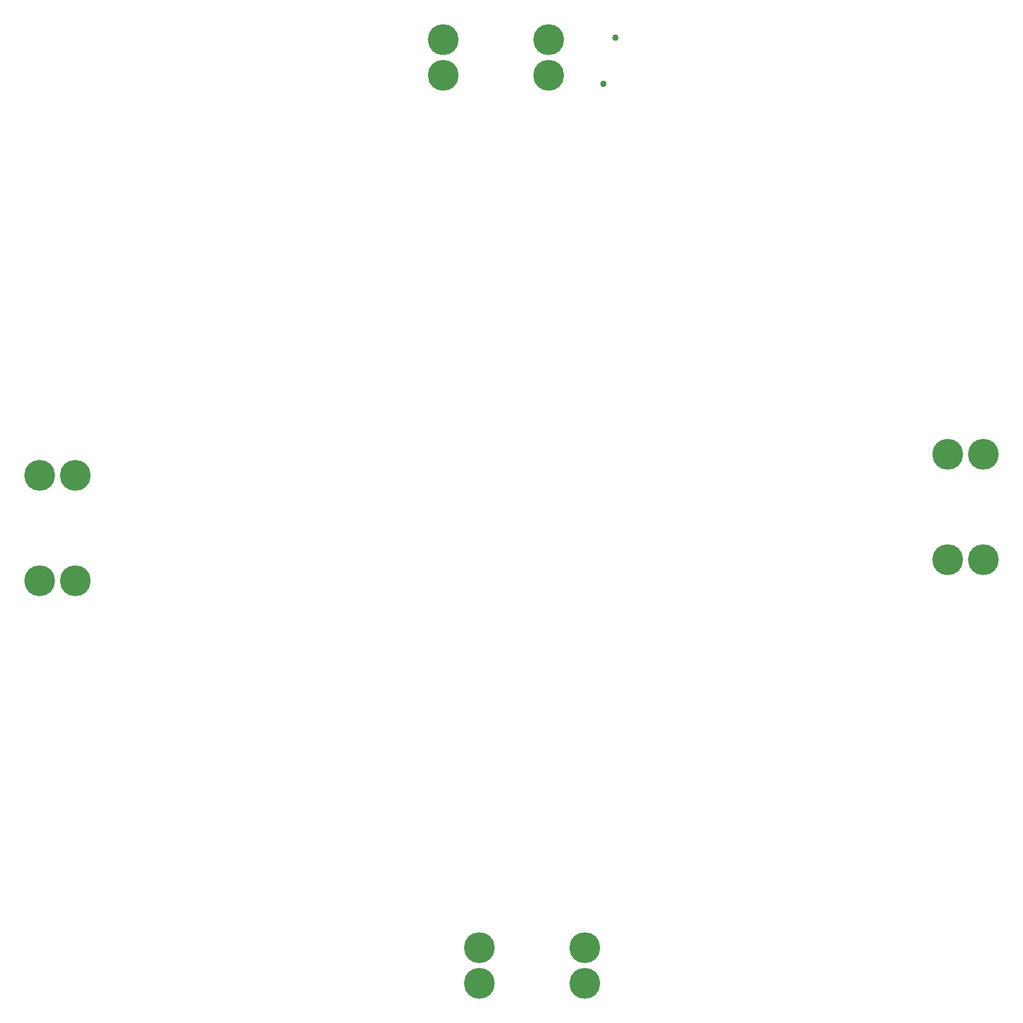
<source format=gbs>
G04*
G04 #@! TF.GenerationSoftware,Altium Limited,Altium Designer,22.9.1 (49)*
G04*
G04 Layer_Color=16711935*
%FSLAX25Y25*%
%MOIN*%
G70*
G04*
G04 #@! TF.SameCoordinates,8A5C06B3-4C5D-48ED-891A-8E98A4BE319D*
G04*
G04*
G04 #@! TF.FilePolarity,Negative*
G04*
G01*
G75*
%ADD49C,0.20485*%
%ADD50C,0.04343*%
D49*
X1107000Y566689D02*
D03*
X1107000Y590311D02*
D03*
X1177000Y590311D02*
D03*
Y566689D02*
D03*
X1083000Y1169689D02*
D03*
X1083000Y1193311D02*
D03*
X1153000Y1193311D02*
D03*
Y1169689D02*
D03*
X1418189Y918000D02*
D03*
X1441811D02*
D03*
X1441811Y848000D02*
D03*
X1418189D02*
D03*
X815189Y904000D02*
D03*
X838811D02*
D03*
X838811Y834000D02*
D03*
X815189D02*
D03*
D50*
X1189443Y1164091D02*
D03*
X1197595Y1194514D02*
D03*
M02*

</source>
